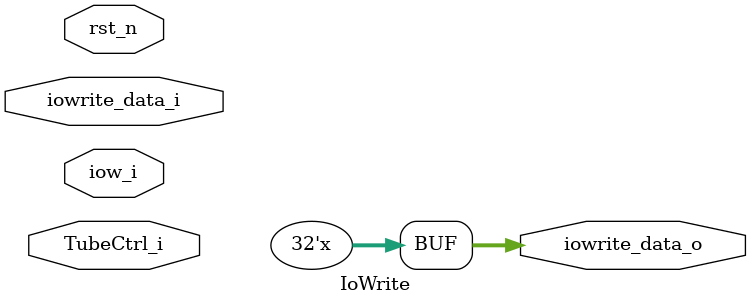
<source format=v>
`timescale 1ns / 1ps


module IoWrite(
input rst_n,TubeCtrl_i,iow_i,
input [31:0] iowrite_data_i,    //from MemOrIo
output reg [31:0] iowrite_data_o
    );
    reg [31:0] iowrite_data;
    
    always@* begin
        if(rst_n) begin
            iowrite_data=0;
        end
        else begin
            if(TubeCtrl_i==1'b1)begin
                iowrite_data_o=iowrite_data;
            end
            else begin
                iowrite_data=iowrite_data_i;
            end
        end
    end
endmodule

</source>
